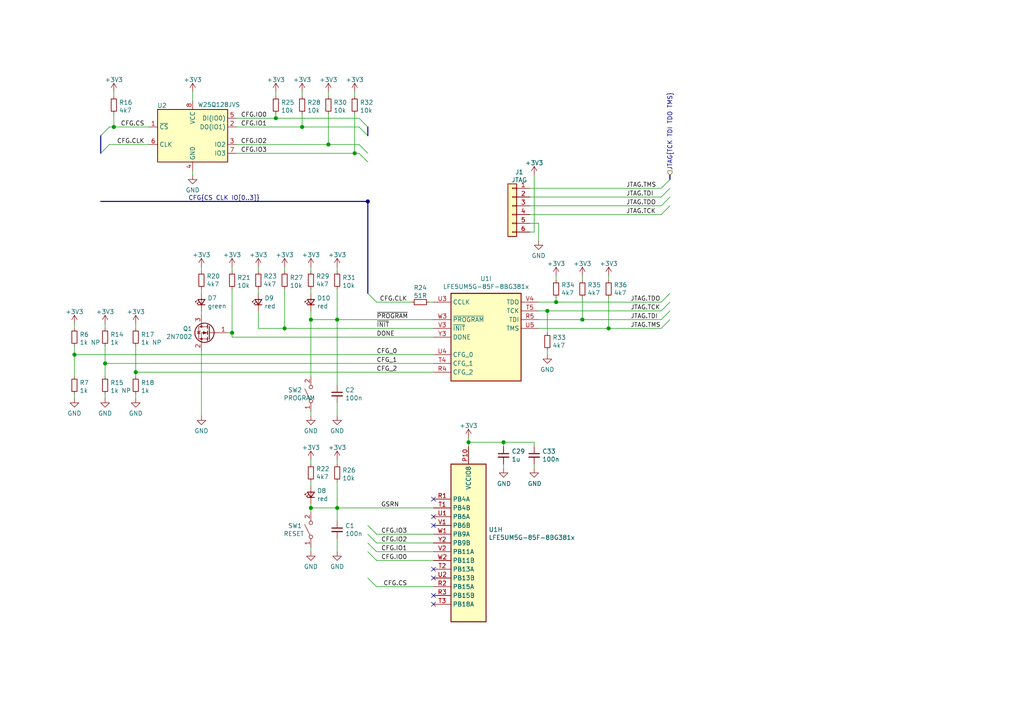
<source format=kicad_sch>
(kicad_sch (version 20210406) (generator eeschema)
  (paper "A4")
  (junction (at 21.59 102.87) (diameter 1.016))
  (junction (at 30.48 105.41) (diameter 1.016))
  (junction (at 33.02 36.83) (diameter 1.016))
  (junction (at 39.37 107.95) (diameter 1.016))
  (junction (at 67.31 96.52) (diameter 1.016))
  (junction (at 80.01 34.29) (diameter 1.016))
  (junction (at 82.55 95.25) (diameter 1.016))
  (junction (at 87.63 36.83) (diameter 1.016))
  (junction (at 90.17 92.71) (diameter 1.016))
  (junction (at 90.17 147.32) (diameter 1.016))
  (junction (at 95.25 41.91) (diameter 1.016))
  (junction (at 97.79 92.71) (diameter 1.016))
  (junction (at 97.79 147.32) (diameter 1.016))
  (junction (at 102.87 44.45) (diameter 1.016))
  (junction (at 135.89 128.27) (diameter 1.016))
  (junction (at 146.05 128.27) (diameter 1.016))
  (junction (at 158.75 90.17) (diameter 1.016))
  (junction (at 161.29 87.63) (diameter 1.016))
  (junction (at 168.91 92.71) (diameter 1.016))
  (junction (at 176.53 95.25) (diameter 1.016))
  (junction (at 106.68 58.42) (diameter 1.016))
  (no_connect (at 125.73 144.78))
  (no_connect (at 125.73 149.86))
  (no_connect (at 125.73 152.4))
  (no_connect (at 125.73 165.1))
  (no_connect (at 125.73 167.64))
  (no_connect (at 125.73 172.72))
  (no_connect (at 125.73 175.26))
  (bus_entry (at 29.21 39.37) (size 2.54 -2.54) (stroke (width 0.1524)))
  (bus_entry (at 29.21 44.45) (size 2.54 -2.54) (stroke (width 0.1524)))
  (bus_entry (at 106.68 36.83) (size -2.54 -2.54) (stroke (width 0.1524)))
  (bus_entry (at 106.68 39.37) (size -2.54 -2.54) (stroke (width 0.1524)))
  (bus_entry (at 106.68 44.45) (size -2.54 -2.54) (stroke (width 0.1524)))
  (bus_entry (at 106.68 46.99) (size -2.54 -2.54) (stroke (width 0.1524)))
  (bus_entry (at 106.68 85.09) (size 2.54 2.54) (stroke (width 0.1524)))
  (bus_entry (at 106.68 152.4) (size 2.54 2.54) (stroke (width 0.1524)))
  (bus_entry (at 106.68 154.94) (size 2.54 2.54) (stroke (width 0.1524)))
  (bus_entry (at 106.68 157.48) (size 2.54 2.54) (stroke (width 0.1524)))
  (bus_entry (at 106.68 160.02) (size 2.54 2.54) (stroke (width 0.1524)))
  (bus_entry (at 106.68 167.64) (size 2.54 2.54) (stroke (width 0.1524)))
  (bus_entry (at 194.31 52.07) (size -2.54 2.54) (stroke (width 0.1524)))
  (bus_entry (at 194.31 54.61) (size -2.54 2.54) (stroke (width 0.1524)))
  (bus_entry (at 194.31 57.15) (size -2.54 2.54) (stroke (width 0.1524)))
  (bus_entry (at 194.31 59.69) (size -2.54 2.54) (stroke (width 0.1524)))
  (bus_entry (at 194.31 85.09) (size -2.54 2.54) (stroke (width 0.1524)))
  (bus_entry (at 194.31 87.63) (size -2.54 2.54) (stroke (width 0.1524)))
  (bus_entry (at 194.31 90.17) (size -2.54 2.54) (stroke (width 0.1524)))
  (bus_entry (at 194.31 92.71) (size -2.54 2.54) (stroke (width 0.1524)))
  (wire (pts (xy 21.59 93.98) (xy 21.59 95.25)))
  (wire (pts (xy 21.59 100.33) (xy 21.59 102.87)))
  (wire (pts (xy 21.59 102.87) (xy 21.59 109.22)))
  (wire (pts (xy 21.59 102.87) (xy 125.73 102.87)))
  (wire (pts (xy 21.59 114.3) (xy 21.59 115.57)))
  (wire (pts (xy 30.48 93.98) (xy 30.48 95.25)))
  (wire (pts (xy 30.48 100.33) (xy 30.48 105.41)))
  (wire (pts (xy 30.48 105.41) (xy 30.48 109.22)))
  (wire (pts (xy 30.48 105.41) (xy 125.73 105.41)))
  (wire (pts (xy 30.48 114.3) (xy 30.48 115.57)))
  (wire (pts (xy 31.75 36.83) (xy 33.02 36.83)))
  (wire (pts (xy 31.75 41.91) (xy 43.18 41.91)))
  (wire (pts (xy 33.02 26.67) (xy 33.02 27.94)))
  (wire (pts (xy 33.02 33.02) (xy 33.02 36.83)))
  (wire (pts (xy 33.02 36.83) (xy 43.18 36.83)))
  (wire (pts (xy 39.37 93.98) (xy 39.37 95.25)))
  (wire (pts (xy 39.37 100.33) (xy 39.37 107.95)))
  (wire (pts (xy 39.37 107.95) (xy 39.37 109.22)))
  (wire (pts (xy 39.37 107.95) (xy 125.73 107.95)))
  (wire (pts (xy 39.37 114.3) (xy 39.37 115.57)))
  (wire (pts (xy 55.88 26.67) (xy 55.88 29.21)))
  (wire (pts (xy 55.88 49.53) (xy 55.88 50.8)))
  (wire (pts (xy 58.42 77.47) (xy 58.42 78.74)))
  (wire (pts (xy 58.42 85.09) (xy 58.42 83.82)))
  (wire (pts (xy 58.42 90.17) (xy 58.42 91.44)))
  (wire (pts (xy 58.42 101.6) (xy 58.42 120.65)))
  (wire (pts (xy 66.04 96.52) (xy 67.31 96.52)))
  (wire (pts (xy 67.31 77.47) (xy 67.31 78.74)))
  (wire (pts (xy 67.31 83.82) (xy 67.31 96.52)))
  (wire (pts (xy 67.31 96.52) (xy 67.31 97.79)))
  (wire (pts (xy 67.31 97.79) (xy 125.73 97.79)))
  (wire (pts (xy 68.58 34.29) (xy 80.01 34.29)))
  (wire (pts (xy 68.58 36.83) (xy 87.63 36.83)))
  (wire (pts (xy 68.58 41.91) (xy 95.25 41.91)))
  (wire (pts (xy 68.58 44.45) (xy 102.87 44.45)))
  (wire (pts (xy 74.93 77.47) (xy 74.93 78.74)))
  (wire (pts (xy 74.93 83.82) (xy 74.93 85.09)))
  (wire (pts (xy 74.93 90.17) (xy 74.93 95.25)))
  (wire (pts (xy 74.93 95.25) (xy 82.55 95.25)))
  (wire (pts (xy 80.01 26.67) (xy 80.01 27.94)))
  (wire (pts (xy 80.01 33.02) (xy 80.01 34.29)))
  (wire (pts (xy 80.01 34.29) (xy 104.14 34.29)))
  (wire (pts (xy 82.55 77.47) (xy 82.55 78.74)))
  (wire (pts (xy 82.55 83.82) (xy 82.55 95.25)))
  (wire (pts (xy 82.55 95.25) (xy 125.73 95.25)))
  (wire (pts (xy 87.63 26.67) (xy 87.63 27.94)))
  (wire (pts (xy 87.63 33.02) (xy 87.63 36.83)))
  (wire (pts (xy 87.63 36.83) (xy 104.14 36.83)))
  (wire (pts (xy 90.17 77.47) (xy 90.17 78.74)))
  (wire (pts (xy 90.17 83.82) (xy 90.17 85.09)))
  (wire (pts (xy 90.17 92.71) (xy 90.17 90.17)))
  (wire (pts (xy 90.17 92.71) (xy 90.17 109.22)))
  (wire (pts (xy 90.17 119.38) (xy 90.17 120.65)))
  (wire (pts (xy 90.17 133.35) (xy 90.17 134.62)))
  (wire (pts (xy 90.17 139.7) (xy 90.17 140.97)))
  (wire (pts (xy 90.17 147.32) (xy 90.17 146.05)))
  (wire (pts (xy 90.17 147.32) (xy 90.17 148.59)))
  (wire (pts (xy 90.17 147.32) (xy 97.79 147.32)))
  (wire (pts (xy 90.17 158.75) (xy 90.17 160.02)))
  (wire (pts (xy 95.25 26.67) (xy 95.25 27.94)))
  (wire (pts (xy 95.25 33.02) (xy 95.25 41.91)))
  (wire (pts (xy 95.25 41.91) (xy 104.14 41.91)))
  (wire (pts (xy 97.79 77.47) (xy 97.79 78.74)))
  (wire (pts (xy 97.79 83.82) (xy 97.79 92.71)))
  (wire (pts (xy 97.79 92.71) (xy 90.17 92.71)))
  (wire (pts (xy 97.79 92.71) (xy 97.79 111.76)))
  (wire (pts (xy 97.79 92.71) (xy 125.73 92.71)))
  (wire (pts (xy 97.79 116.84) (xy 97.79 120.65)))
  (wire (pts (xy 97.79 133.35) (xy 97.79 134.62)))
  (wire (pts (xy 97.79 139.7) (xy 97.79 147.32)))
  (wire (pts (xy 97.79 147.32) (xy 97.79 151.13)))
  (wire (pts (xy 97.79 147.32) (xy 125.73 147.32)))
  (wire (pts (xy 97.79 156.21) (xy 97.79 160.02)))
  (wire (pts (xy 102.87 26.67) (xy 102.87 27.94)))
  (wire (pts (xy 102.87 33.02) (xy 102.87 44.45)))
  (wire (pts (xy 102.87 44.45) (xy 104.14 44.45)))
  (wire (pts (xy 109.22 87.63) (xy 119.38 87.63)))
  (wire (pts (xy 109.22 154.94) (xy 125.73 154.94)))
  (wire (pts (xy 109.22 157.48) (xy 125.73 157.48)))
  (wire (pts (xy 109.22 160.02) (xy 125.73 160.02)))
  (wire (pts (xy 109.22 162.56) (xy 125.73 162.56)))
  (wire (pts (xy 109.22 170.18) (xy 125.73 170.18)))
  (wire (pts (xy 124.46 87.63) (xy 125.73 87.63)))
  (wire (pts (xy 135.89 127) (xy 135.89 128.27)))
  (wire (pts (xy 135.89 128.27) (xy 135.89 129.54)))
  (wire (pts (xy 135.89 128.27) (xy 146.05 128.27)))
  (wire (pts (xy 146.05 128.27) (xy 146.05 129.54)))
  (wire (pts (xy 146.05 128.27) (xy 154.94 128.27)))
  (wire (pts (xy 146.05 134.62) (xy 146.05 135.89)))
  (wire (pts (xy 153.67 54.61) (xy 191.77 54.61)))
  (wire (pts (xy 153.67 57.15) (xy 191.77 57.15)))
  (wire (pts (xy 153.67 59.69) (xy 191.77 59.69)))
  (wire (pts (xy 153.67 62.23) (xy 191.77 62.23)))
  (wire (pts (xy 153.67 64.77) (xy 156.21 64.77)))
  (wire (pts (xy 153.67 67.31) (xy 154.94 67.31)))
  (wire (pts (xy 154.94 50.8) (xy 154.94 67.31)))
  (wire (pts (xy 154.94 128.27) (xy 154.94 129.54)))
  (wire (pts (xy 154.94 135.89) (xy 154.94 134.62)))
  (wire (pts (xy 156.21 64.77) (xy 156.21 69.85)))
  (wire (pts (xy 156.21 87.63) (xy 161.29 87.63)))
  (wire (pts (xy 156.21 90.17) (xy 158.75 90.17)))
  (wire (pts (xy 156.21 92.71) (xy 168.91 92.71)))
  (wire (pts (xy 156.21 95.25) (xy 176.53 95.25)))
  (wire (pts (xy 158.75 90.17) (xy 158.75 96.52)))
  (wire (pts (xy 158.75 90.17) (xy 191.77 90.17)))
  (wire (pts (xy 158.75 101.6) (xy 158.75 102.87)))
  (wire (pts (xy 161.29 80.01) (xy 161.29 81.28)))
  (wire (pts (xy 161.29 86.36) (xy 161.29 87.63)))
  (wire (pts (xy 161.29 87.63) (xy 191.77 87.63)))
  (wire (pts (xy 168.91 80.01) (xy 168.91 81.28)))
  (wire (pts (xy 168.91 86.36) (xy 168.91 92.71)))
  (wire (pts (xy 168.91 92.71) (xy 191.77 92.71)))
  (wire (pts (xy 176.53 80.01) (xy 176.53 81.28)))
  (wire (pts (xy 176.53 86.36) (xy 176.53 95.25)))
  (wire (pts (xy 176.53 95.25) (xy 191.77 95.25)))
  (bus (pts (xy 29.21 39.37) (xy 29.21 58.42)))
  (bus (pts (xy 29.21 58.42) (xy 106.68 58.42)))
  (bus (pts (xy 106.68 36.83) (xy 106.68 58.42)))
  (bus (pts (xy 106.68 58.42) (xy 106.68 167.64)))
  (bus (pts (xy 194.31 50.8) (xy 194.31 92.71)))
  (label "CFG.CS" (at 41.91 36.83 180))
  (label "CFG.CLK" (at 41.91 41.91 180))
  (label "CFG{CS CLK IO[0..3]}" (at 54.61 58.42 0))
  (label "CFG.IO0" (at 69.85 34.29 0))
  (label "CFG.IO1" (at 69.85 36.83 0))
  (label "CFG.IO2" (at 69.85 41.91 0))
  (label "CFG.IO3" (at 69.85 44.45 0))
  (label "~PROGRAM" (at 109.22 92.71 0))
  (label "~INIT" (at 109.22 95.25 0))
  (label "DONE" (at 109.22 97.79 0))
  (label "CFG_0" (at 109.22 102.87 0))
  (label "CFG_1" (at 109.22 105.41 0))
  (label "CFG_2" (at 109.22 107.95 0))
  (label "GSRN" (at 110.49 147.32 0))
  (label "CFG.CLK" (at 118.11 87.63 180))
  (label "CFG.IO3" (at 118.11 154.94 180))
  (label "CFG.IO2" (at 118.11 157.48 180))
  (label "CFG.IO1" (at 118.11 160.02 180))
  (label "CFG.IO0" (at 118.11 162.56 180))
  (label "CFG.CS" (at 118.11 170.18 180))
  (label "JTAG.TMS" (at 181.61 54.61 0))
  (label "JTAG.TDI" (at 181.61 57.15 0))
  (label "JTAG.TDO" (at 181.61 59.69 0))
  (label "JTAG.TCK" (at 181.61 62.23 0))
  (label "JTAG.TDO" (at 182.88 87.63 0))
  (label "JTAG.TCK" (at 182.88 90.17 0))
  (label "JTAG.TDI" (at 182.88 92.71 0))
  (label "JTAG.TMS" (at 182.88 95.25 0))
  (hierarchical_label "JTAG{TCK TDI TDO TMS}" (shape input) (at 194.31 50.8 90))
  (symbol (lib_id "power:+3V3") (at 21.59 93.98 0) (unit 1)
    (property "Reference" "#PWR0226" (effects hide))
    (property "Value" "+3V3" (at 21.59 90.4326 0))
  )
  (symbol (lib_id "power:+3V3") (at 30.48 93.98 0) (unit 1)
    (property "Reference" "#PWR0225" (effects hide))
    (property "Value" "+3V3" (at 30.48 90.4326 0))
  )
  (symbol (lib_id "power:+3V3") (at 33.02 26.67 0) (unit 1)
    (property "Reference" "#PWR0230" (effects hide))
    (property "Value" "+3V3" (at 33.02 23.1226 0))
  )
  (symbol (lib_id "power:+3V3") (at 39.37 93.98 0) (unit 1)
    (property "Reference" "#PWR0205" (effects hide))
    (property "Value" "+3V3" (at 39.37 90.4326 0))
  )
  (symbol (lib_id "power:+3V3") (at 55.88 26.67 0) (unit 1)
    (property "Reference" "#PWR0229" (effects hide))
    (property "Value" "+3V3" (at 55.88 23.1226 0))
  )
  (symbol (lib_id "power:+3V3") (at 58.42 77.47 0) (unit 1)
    (property "Reference" "#PWR0195" (effects hide))
    (property "Value" "+3V3" (at 58.42 73.9226 0))
  )
  (symbol (lib_id "power:+3V3") (at 67.31 77.47 0) (unit 1)
    (property "Reference" "#PWR0194" (effects hide))
    (property "Value" "+3V3" (at 67.31 73.9226 0))
  )
  (symbol (lib_id "power:+3V3") (at 74.93 77.47 0) (unit 1)
    (property "Reference" "#PWR0197" (effects hide))
    (property "Value" "+3V3" (at 74.93 73.9226 0))
  )
  (symbol (lib_id "power:+3V3") (at 80.01 26.67 0) (unit 1)
    (property "Reference" "#PWR0231" (effects hide))
    (property "Value" "+3V3" (at 80.01 23.1226 0))
  )
  (symbol (lib_id "power:+3V3") (at 82.55 77.47 0) (unit 1)
    (property "Reference" "#PWR0196" (effects hide))
    (property "Value" "+3V3" (at 82.55 73.9226 0))
  )
  (symbol (lib_id "power:+3V3") (at 87.63 26.67 0) (unit 1)
    (property "Reference" "#PWR0232" (effects hide))
    (property "Value" "+3V3" (at 87.63 23.1226 0))
  )
  (symbol (lib_id "power:+3V3") (at 90.17 77.47 0) (unit 1)
    (property "Reference" "#PWR0239" (effects hide))
    (property "Value" "+3V3" (at 90.17 73.9226 0))
  )
  (symbol (lib_id "power:+3V3") (at 90.17 133.35 0) (unit 1)
    (property "Reference" "#PWR0237" (effects hide))
    (property "Value" "+3V3" (at 90.17 129.8026 0))
  )
  (symbol (lib_id "power:+3V3") (at 95.25 26.67 0) (unit 1)
    (property "Reference" "#PWR0233" (effects hide))
    (property "Value" "+3V3" (at 95.25 23.1226 0))
  )
  (symbol (lib_id "power:+3V3") (at 97.79 77.47 0) (unit 1)
    (property "Reference" "#PWR0238" (effects hide))
    (property "Value" "+3V3" (at 97.79 73.9226 0))
  )
  (symbol (lib_id "power:+3V3") (at 97.79 133.35 0) (unit 1)
    (property "Reference" "#PWR0242" (effects hide))
    (property "Value" "+3V3" (at 97.79 129.8026 0))
  )
  (symbol (lib_id "power:+3V3") (at 102.87 26.67 0) (unit 1)
    (property "Reference" "#PWR0234" (effects hide))
    (property "Value" "+3V3" (at 102.87 23.1226 0))
  )
  (symbol (lib_id "power:+3V3") (at 135.89 127 0) (unit 1)
    (property "Reference" "#PWR0246" (effects hide))
    (property "Value" "+3V3" (at 135.89 123.4526 0))
  )
  (symbol (lib_id "power:+3V3") (at 154.94 50.8 0) (unit 1)
    (property "Reference" "#PWR0244" (effects hide))
    (property "Value" "+3V3" (at 154.94 47.2526 0))
  )
  (symbol (lib_id "power:+3V3") (at 161.29 80.01 0) (unit 1)
    (property "Reference" "#PWR0206" (effects hide))
    (property "Value" "+3V3" (at 161.29 76.4626 0))
  )
  (symbol (lib_id "power:+3V3") (at 168.91 80.01 0) (unit 1)
    (property "Reference" "#PWR0202" (effects hide))
    (property "Value" "+3V3" (at 168.91 76.4626 0))
  )
  (symbol (lib_id "power:+3V3") (at 176.53 80.01 0) (unit 1)
    (property "Reference" "#PWR0203" (effects hide))
    (property "Value" "+3V3" (at 176.53 76.4626 0))
  )
  (symbol (lib_id "power:GND") (at 21.59 115.57 0) (unit 1)
    (property "Reference" "#PWR0204" (effects hide))
    (property "Value" "GND" (at 21.59 119.8944 0))
  )
  (symbol (lib_id "power:GND") (at 30.48 115.57 0) (unit 1)
    (property "Reference" "#PWR0198" (effects hide))
    (property "Value" "GND" (at 30.48 119.8944 0))
  )
  (symbol (lib_id "power:GND") (at 39.37 115.57 0) (unit 1)
    (property "Reference" "#PWR0227" (effects hide))
    (property "Value" "GND" (at 39.37 119.8944 0))
  )
  (symbol (lib_id "power:GND") (at 55.88 50.8 0) (unit 1)
    (property "Reference" "#PWR0235" (effects hide))
    (property "Value" "GND" (at 55.88 55.1244 0))
  )
  (symbol (lib_id "power:GND") (at 58.42 120.65 0) (unit 1)
    (property "Reference" "#PWR0236" (effects hide))
    (property "Value" "GND" (at 58.42 124.9744 0))
  )
  (symbol (lib_id "power:GND") (at 90.17 120.65 0) (unit 1)
    (property "Reference" "#PWR0241" (effects hide))
    (property "Value" "GND" (at 90.17 124.9744 0))
  )
  (symbol (lib_id "power:GND") (at 90.17 160.02 0) (unit 1)
    (property "Reference" "#PWR0228" (effects hide))
    (property "Value" "GND" (at 90.17 164.3444 0))
  )
  (symbol (lib_id "power:GND") (at 97.79 120.65 0) (unit 1)
    (property "Reference" "#PWR0240" (effects hide))
    (property "Value" "GND" (at 97.79 124.9744 0))
  )
  (symbol (lib_id "power:GND") (at 97.79 160.02 0) (unit 1)
    (property "Reference" "#PWR0243" (effects hide))
    (property "Value" "GND" (at 97.79 164.3444 0))
  )
  (symbol (lib_id "Mainboard-rescue:GND-power") (at 146.05 135.89 0) (unit 1)
    (property "Reference" "#PWR0254" (effects hide))
    (property "Value" "GND" (at 146.177 140.2842 0))
  )
  (symbol (lib_id "Mainboard-rescue:GND-power") (at 154.94 135.89 0) (unit 1)
    (property "Reference" "#PWR0271" (effects hide))
    (property "Value" "GND" (at 155.067 140.2842 0))
  )
  (symbol (lib_id "power:GND") (at 156.21 69.85 0) (unit 1)
    (property "Reference" "#PWR0245" (effects hide))
    (property "Value" "GND" (at 156.21 74.1744 0))
  )
  (symbol (lib_id "power:GND") (at 158.75 102.87 0) (unit 1)
    (property "Reference" "#PWR0247" (effects hide))
    (property "Value" "GND" (at 158.75 107.1944 0))
  )
  (symbol (lib_id "Device:R_Small") (at 21.59 97.79 0) (unit 1)
    (property "Reference" "R6" (at 23.0887 97.0291 0) (effects (justify left)))
    (property "Value" "1k NP" (at 23.0887 99.3278 0) (effects (justify left)))
    (property "Footprint" "Resistor_SMD:R_0402_1005Metric" (effects hide))
  )
  (symbol (lib_id "Device:R_Small") (at 21.59 111.76 0) (unit 1)
    (property "Reference" "R7" (at 23.0887 110.9991 0) (effects (justify left)))
    (property "Value" "1k" (at 23.0887 113.2978 0) (effects (justify left)))
    (property "Footprint" "Resistor_SMD:R_0402_1005Metric" (effects hide))
    (property "LCSC" "C11702" (effects hide))
  )
  (symbol (lib_id "Device:R_Small") (at 30.48 97.79 0) (unit 1)
    (property "Reference" "R14" (at 31.9787 97.0291 0) (effects (justify left)))
    (property "Value" "1k" (at 31.9787 99.3278 0) (effects (justify left)))
    (property "Footprint" "Resistor_SMD:R_0402_1005Metric" (effects hide))
    (property "LCSC" "C11702" (effects hide))
  )
  (symbol (lib_id "Device:R_Small") (at 30.48 111.76 0) (unit 1)
    (property "Reference" "R15" (at 31.9787 110.9991 0) (effects (justify left)))
    (property "Value" "1k NP" (at 31.9787 113.2978 0) (effects (justify left)))
    (property "Footprint" "Resistor_SMD:R_0402_1005Metric" (effects hide))
  )
  (symbol (lib_id "Device:R_Small") (at 33.02 30.48 0) (unit 1)
    (property "Reference" "R16" (at 34.5187 29.7191 0) (effects (justify left)))
    (property "Value" "4k7" (at 34.5187 32.0178 0) (effects (justify left)))
    (property "Footprint" "Resistor_SMD:R_0402_1005Metric" (effects hide))
    (property "LCSC" "C25900" (effects hide))
  )
  (symbol (lib_id "Device:R_Small") (at 39.37 97.79 0) (unit 1)
    (property "Reference" "R17" (at 40.8687 97.0291 0) (effects (justify left)))
    (property "Value" "1k NP" (at 40.8687 99.3278 0) (effects (justify left)))
    (property "Footprint" "Resistor_SMD:R_0402_1005Metric" (effects hide))
  )
  (symbol (lib_id "Device:R_Small") (at 39.37 111.76 0) (unit 1)
    (property "Reference" "R18" (at 40.8687 110.9991 0) (effects (justify left)))
    (property "Value" "1k" (at 40.8687 113.2978 0) (effects (justify left)))
    (property "Footprint" "Resistor_SMD:R_0402_1005Metric" (effects hide))
    (property "LCSC" "C11702" (effects hide))
  )
  (symbol (lib_id "Mainboard-rescue:R_Small-Device") (at 58.42 81.28 0) (unit 1)
    (property "Reference" "R20" (at 59.9186 80.1116 0) (effects (justify left)))
    (property "Value" "4k7" (at 59.9186 82.423 0) (effects (justify left)))
    (property "Footprint" "Resistor_SMD:R_0402_1005Metric" (effects hide))
    (property "LCSC" "C25900" (effects hide))
  )
  (symbol (lib_id "Device:R_Small") (at 67.31 81.28 0) (unit 1)
    (property "Reference" "R21" (at 68.8087 80.5191 0) (effects (justify left)))
    (property "Value" "10k" (at 68.8087 82.8178 0) (effects (justify left)))
    (property "Footprint" "Resistor_SMD:R_0402_1005Metric" (effects hide))
    (property "LCSC" "C25744" (effects hide))
  )
  (symbol (lib_id "Mainboard-rescue:R_Small-Device") (at 74.93 81.28 0) (unit 1)
    (property "Reference" "R23" (at 76.4286 80.1116 0) (effects (justify left)))
    (property "Value" "4k7" (at 76.4286 82.423 0) (effects (justify left)))
    (property "Footprint" "Resistor_SMD:R_0402_1005Metric" (effects hide))
    (property "LCSC" "C25900" (effects hide))
  )
  (symbol (lib_id "Device:R_Small") (at 80.01 30.48 0) (unit 1)
    (property "Reference" "R25" (at 81.5087 29.7191 0) (effects (justify left)))
    (property "Value" "10k" (at 81.5087 32.0178 0) (effects (justify left)))
    (property "Footprint" "Resistor_SMD:R_0402_1005Metric" (effects hide))
    (property "LCSC" "C25744" (effects hide))
  )
  (symbol (lib_id "Device:R_Small") (at 82.55 81.28 0) (unit 1)
    (property "Reference" "R27" (at 84.0487 80.5191 0) (effects (justify left)))
    (property "Value" "10k" (at 84.0487 82.8178 0) (effects (justify left)))
    (property "Footprint" "Resistor_SMD:R_0402_1005Metric" (effects hide))
    (property "LCSC" "C25744" (effects hide))
  )
  (symbol (lib_id "Device:R_Small") (at 87.63 30.48 0) (unit 1)
    (property "Reference" "R28" (at 89.1287 29.7191 0) (effects (justify left)))
    (property "Value" "10k" (at 89.1287 32.0178 0) (effects (justify left)))
    (property "Footprint" "Resistor_SMD:R_0402_1005Metric" (effects hide))
    (property "LCSC" "C25744" (effects hide))
  )
  (symbol (lib_id "Mainboard-rescue:R_Small-Device") (at 90.17 81.28 0) (unit 1)
    (property "Reference" "R29" (at 91.6686 80.1116 0) (effects (justify left)))
    (property "Value" "4k7" (at 91.6686 82.423 0) (effects (justify left)))
    (property "Footprint" "Resistor_SMD:R_0402_1005Metric" (effects hide))
    (property "LCSC" "C25900" (effects hide))
  )
  (symbol (lib_id "Mainboard-rescue:R_Small-Device") (at 90.17 137.16 0) (unit 1)
    (property "Reference" "R22" (at 91.6686 135.9916 0) (effects (justify left)))
    (property "Value" "4k7" (at 91.6686 138.303 0) (effects (justify left)))
    (property "Footprint" "Resistor_SMD:R_0402_1005Metric" (effects hide))
    (property "LCSC" "C25900" (effects hide))
  )
  (symbol (lib_id "Device:R_Small") (at 95.25 30.48 0) (unit 1)
    (property "Reference" "R30" (at 96.7487 29.7191 0) (effects (justify left)))
    (property "Value" "10k" (at 96.7487 32.0178 0) (effects (justify left)))
    (property "Footprint" "Resistor_SMD:R_0402_1005Metric" (effects hide))
    (property "LCSC" "C25744" (effects hide))
  )
  (symbol (lib_id "Device:R_Small") (at 97.79 81.28 0) (unit 1)
    (property "Reference" "R31" (at 99.2887 80.5191 0) (effects (justify left)))
    (property "Value" "10k" (at 99.2887 82.8178 0) (effects (justify left)))
    (property "Footprint" "Resistor_SMD:R_0402_1005Metric" (effects hide))
    (property "LCSC" "C25744" (effects hide))
  )
  (symbol (lib_id "Device:R_Small") (at 97.79 137.16 0) (unit 1)
    (property "Reference" "R26" (at 99.2887 136.3991 0) (effects (justify left)))
    (property "Value" "10k" (at 99.2887 138.6978 0) (effects (justify left)))
    (property "Footprint" "Resistor_SMD:R_0402_1005Metric" (effects hide))
    (property "LCSC" "C25744" (effects hide))
  )
  (symbol (lib_id "Device:R_Small") (at 102.87 30.48 0) (unit 1)
    (property "Reference" "R32" (at 104.3687 29.7191 0) (effects (justify left)))
    (property "Value" "10k" (at 104.3687 32.0178 0) (effects (justify left)))
    (property "Footprint" "Resistor_SMD:R_0402_1005Metric" (effects hide))
    (property "LCSC" "C25744" (effects hide))
  )
  (symbol (lib_id "Device:R_Small") (at 121.92 87.63 90) (unit 1)
    (property "Reference" "R24" (at 121.92 83.4602 90))
    (property "Value" "51R" (at 121.92 85.7589 90))
    (property "Footprint" "Resistor_SMD:R_0402_1005Metric" (effects hide))
    (property "LCSC" "C25125" (effects hide))
  )
  (symbol (lib_id "Mainboard-rescue:R_Small-Device") (at 158.75 99.06 0) (unit 1)
    (property "Reference" "R33" (at 160.2486 97.8916 0) (effects (justify left)))
    (property "Value" "4k7" (at 160.2486 100.203 0) (effects (justify left)))
    (property "Footprint" "Resistor_SMD:R_0402_1005Metric" (effects hide))
    (property "LCSC" "C25900" (effects hide))
  )
  (symbol (lib_id "Mainboard-rescue:R_Small-Device") (at 161.29 83.82 0) (unit 1)
    (property "Reference" "R34" (at 162.7886 82.6516 0) (effects (justify left)))
    (property "Value" "4k7" (at 162.7886 84.963 0) (effects (justify left)))
    (property "Footprint" "Resistor_SMD:R_0402_1005Metric" (effects hide))
    (property "LCSC" "C25900" (effects hide))
  )
  (symbol (lib_id "Mainboard-rescue:R_Small-Device") (at 168.91 83.82 0) (unit 1)
    (property "Reference" "R35" (at 170.4086 82.6516 0) (effects (justify left)))
    (property "Value" "4k7" (at 170.4086 84.963 0) (effects (justify left)))
    (property "Footprint" "Resistor_SMD:R_0402_1005Metric" (effects hide))
    (property "LCSC" "C25900" (effects hide))
  )
  (symbol (lib_id "Mainboard-rescue:R_Small-Device") (at 176.53 83.82 0) (unit 1)
    (property "Reference" "R36" (at 178.0286 82.6516 0) (effects (justify left)))
    (property "Value" "4k7" (at 178.0286 84.963 0) (effects (justify left)))
    (property "Footprint" "Resistor_SMD:R_0402_1005Metric" (effects hide))
    (property "LCSC" "C25900" (effects hide))
  )
  (symbol (lib_id "Mainboard-rescue:LED_Small-Device") (at 58.42 87.63 90) (unit 1)
    (property "Reference" "D7" (at 60.198 86.4616 90) (effects (justify right)))
    (property "Value" "green" (at 60.198 88.773 90) (effects (justify right)))
    (property "Footprint" "LED_SMD:LED_0603_1608Metric" (effects hide))
    (property "LCSC" "C72043" (effects hide))
  )
  (symbol (lib_id "Mainboard-rescue:LED_Small-Device") (at 74.93 87.63 90) (unit 1)
    (property "Reference" "D9" (at 76.708 86.4616 90) (effects (justify right)))
    (property "Value" "red" (at 76.708 88.773 90) (effects (justify right)))
    (property "Footprint" "LED_SMD:LED_0603_1608Metric" (effects hide))
    (property "LCSC" "C2286" (effects hide))
  )
  (symbol (lib_id "Mainboard-rescue:LED_Small-Device") (at 90.17 87.63 90) (unit 1)
    (property "Reference" "D10" (at 91.948 86.4616 90) (effects (justify right)))
    (property "Value" "red" (at 91.948 88.773 90) (effects (justify right)))
    (property "Footprint" "LED_SMD:LED_0603_1608Metric" (effects hide))
    (property "LCSC" "C2286" (effects hide))
  )
  (symbol (lib_id "Mainboard-rescue:LED_Small-Device") (at 90.17 143.51 90) (unit 1)
    (property "Reference" "D8" (at 91.948 142.3416 90) (effects (justify right)))
    (property "Value" "red" (at 91.948 144.653 90) (effects (justify right)))
    (property "Footprint" "LED_SMD:LED_0603_1608Metric" (effects hide))
    (property "LCSC" "C2286" (effects hide))
  )
  (symbol (lib_id "Mainboard-rescue:C_Small-Device") (at 97.79 114.3 0) (unit 1)
    (property "Reference" "C2" (at 100.1268 113.1316 0) (effects (justify left)))
    (property "Value" "100n" (at 100.1268 115.443 0) (effects (justify left)))
    (property "Footprint" "Capacitor_SMD:C_0402_1005Metric" (effects hide))
    (property "LCSC" "C1525" (effects hide))
  )
  (symbol (lib_id "Mainboard-rescue:C_Small-Device") (at 97.79 153.67 0) (unit 1)
    (property "Reference" "C1" (at 100.1268 152.5016 0) (effects (justify left)))
    (property "Value" "100n" (at 100.1268 154.813 0) (effects (justify left)))
    (property "Footprint" "Capacitor_SMD:C_0402_1005Metric" (effects hide))
    (property "LCSC" "C1525" (effects hide))
  )
  (symbol (lib_id "Mainboard-rescue:C_Small-Device") (at 146.05 132.08 0) (unit 1)
    (property "Reference" "C29" (at 148.3868 130.9116 0) (effects (justify left)))
    (property "Value" "1u" (at 148.3868 133.223 0) (effects (justify left)))
    (property "Footprint" "Capacitor_SMD:C_0402_1005Metric" (effects hide))
    (property "LCSC" "C52923" (effects hide))
  )
  (symbol (lib_id "Mainboard-rescue:C_Small-Device") (at 154.94 132.08 0) (unit 1)
    (property "Reference" "C33" (at 157.2768 130.9116 0) (effects (justify left)))
    (property "Value" "100n" (at 157.2768 133.223 0) (effects (justify left)))
    (property "Footprint" "Capacitor_SMD:C_0402_1005Metric" (effects hide))
    (property "LCSC" "C1525" (effects hide))
  )
  (symbol (lib_id "Switch:SW_SPST") (at 90.17 114.3 90) (unit 1)
    (property "Reference" "SW2" (at 83.5152 113.1316 90) (effects (justify right)))
    (property "Value" "PROGRAM" (at 82.2452 115.443 90) (effects (justify right)))
    (property "Footprint" "Button_Switch_SMD:SW_SPST_B3U-1000P" (effects hide))
    (property "LCSC" "C231329" (effects hide))
  )
  (symbol (lib_id "Switch:SW_SPST") (at 90.17 153.67 90) (unit 1)
    (property "Reference" "SW1" (at 83.5152 152.5016 90) (effects (justify right)))
    (property "Value" "RESET" (at 82.2452 154.813 90) (effects (justify right)))
    (property "Footprint" "Button_Switch_SMD:SW_SPST_B3U-1000P" (effects hide))
    (property "LCSC" "C231329" (effects hide))
  )
  (symbol (lib_id "Connector_Generic:Conn_01x06") (at 148.59 59.69 0) (mirror y) (unit 1)
    (property "Reference" "J1" (at 150.622 49.9068 0))
    (property "Value" "JTAG" (at 150.622 52.2055 0))
    (property "Footprint" "Connector_PinHeader_2.54mm:PinHeader_1x06_P2.54mm_Vertical" (effects hide))
  )
  (symbol (lib_id "Device:Q_NMOS_GSD") (at 60.96 96.52 0) (mirror y) (unit 1)
    (property "Reference" "Q1" (at 55.7784 95.3516 0) (effects (justify left)))
    (property "Value" "2N7002" (at 55.7784 97.663 0) (effects (justify left)))
    (property "Footprint" "Package_TO_SOT_SMD:SOT-23" (effects hide))
    (property "LCSC" "C8545" (effects hide))
  )
  (symbol (lib_id "Memory_Flash:W25Q128JVS") (at 55.88 39.37 0) (unit 1)
    (property "Reference" "U2" (at 46.99 30.6028 0))
    (property "Value" "W25Q128JVS" (at 63.5 30.3615 0))
    (property "Footprint" "Package_SO:SOIC-8_5.23x5.23mm_P1.27mm" (effects hide))
    (property "Datasheet" "http://www.winbond.com/resource-files/w25q128jv_dtr%20revc%2003272018%20plus.pdf" (effects hide))
    (property "LCSC" "C97521" (effects hide))
  )
  (symbol (lib_id "Mainboard-rescue:LFE5UM5G-85F-8BG381x-FPGA_Lattice") (at 140.97 97.79 0) (unit 9)
    (property "Reference" "U1" (at 140.97 80.8228 0))
    (property "Value" "LFE5UM5G-85F-8BG381x" (at 140.97 83.1342 0))
    (property "Footprint" "Package_BGA:Lattice_caBGA-381_17.0x17.0mm_Layout20x20_P0.8mm_Ball0.4mm_Pad0.4mm_NSMD" (effects hide))
    (property "Datasheet" "https://www.latticesemi.com/view_document?document_id=50461" (effects hide))
  )
  (symbol (lib_id "Mainboard-rescue:LFE5UM5G-85F-8BG381x-FPGA_Lattice") (at 135.89 157.48 0) (unit 8)
    (property "Reference" "U1" (at 141.732 153.5938 0) (effects (justify left)))
    (property "Value" "LFE5UM5G-85F-8BG381x" (at 141.732 155.9052 0) (effects (justify left)))
    (property "Footprint" "Package_BGA:Lattice_caBGA-381_17.0x17.0mm_Layout20x20_P0.8mm_Ball0.4mm_Pad0.4mm_NSMD" (effects hide))
    (property "Datasheet" "https://www.latticesemi.com/view_document?document_id=50461" (effects hide))
  )
)
</source>
